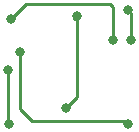
<source format=gbr>
%TF.GenerationSoftware,KiCad,Pcbnew,6.0.8-f2edbf62ab~116~ubuntu22.04.1*%
%TF.CreationDate,2022-10-04T18:23:03-04:00*%
%TF.ProjectId,PicoDebugInterface,5069636f-4465-4627-9567-496e74657266,rev?*%
%TF.SameCoordinates,Original*%
%TF.FileFunction,Copper,L2,Bot*%
%TF.FilePolarity,Positive*%
%FSLAX46Y46*%
G04 Gerber Fmt 4.6, Leading zero omitted, Abs format (unit mm)*
G04 Created by KiCad (PCBNEW 6.0.8-f2edbf62ab~116~ubuntu22.04.1) date 2022-10-04 18:23:03*
%MOMM*%
%LPD*%
G01*
G04 APERTURE LIST*
%TA.AperFunction,ViaPad*%
%ADD10C,0.800000*%
%TD*%
%TA.AperFunction,Conductor*%
%ADD11C,0.250000*%
%TD*%
G04 APERTURE END LIST*
D10*
%TO.N,/SWDIO*%
X124714000Y-60960000D03*
X133858000Y-67055000D03*
%TO.N,/SWDCLK*%
X123761500Y-67055000D03*
X123698000Y-62484000D03*
%TO.N,/VBUS_OUT*%
X133858000Y-57404000D03*
X134112000Y-59944000D03*
%TO.N,/Uart_RX*%
X129540000Y-57912000D03*
X128611698Y-65689704D03*
%TO.N,/SDA_0*%
X132588000Y-59944000D03*
X123952000Y-58166000D03*
%TD*%
D11*
%TO.N,/SWDIO*%
X133858000Y-67055000D02*
X133605000Y-66802000D01*
X125730000Y-66802000D02*
X124714000Y-65786000D01*
X124714000Y-65786000D02*
X124714000Y-60960000D01*
X133605000Y-66802000D02*
X125730000Y-66802000D01*
%TO.N,/SWDCLK*%
X123761500Y-67055000D02*
X123698000Y-66991500D01*
X123698000Y-66991500D02*
X123698000Y-62484000D01*
%TO.N,/VBUS_OUT*%
X134112000Y-59944000D02*
X134112000Y-57658000D01*
X134112000Y-57658000D02*
X133858000Y-57404000D01*
%TO.N,/Uart_RX*%
X129540000Y-57912000D02*
X129540000Y-64770000D01*
X129540000Y-57912000D02*
X129286000Y-58166000D01*
X129540000Y-64770000D02*
X128778000Y-65532000D01*
X128769402Y-65532000D02*
X128611698Y-65689704D01*
X128778000Y-65532000D02*
X128769402Y-65532000D01*
%TO.N,/SDA_0*%
X123952000Y-58166000D02*
X125222000Y-56896000D01*
X125222000Y-56896000D02*
X132334000Y-56896000D01*
X132588000Y-57150000D02*
X132588000Y-59944000D01*
X132334000Y-56896000D02*
X132588000Y-57150000D01*
%TD*%
M02*

</source>
